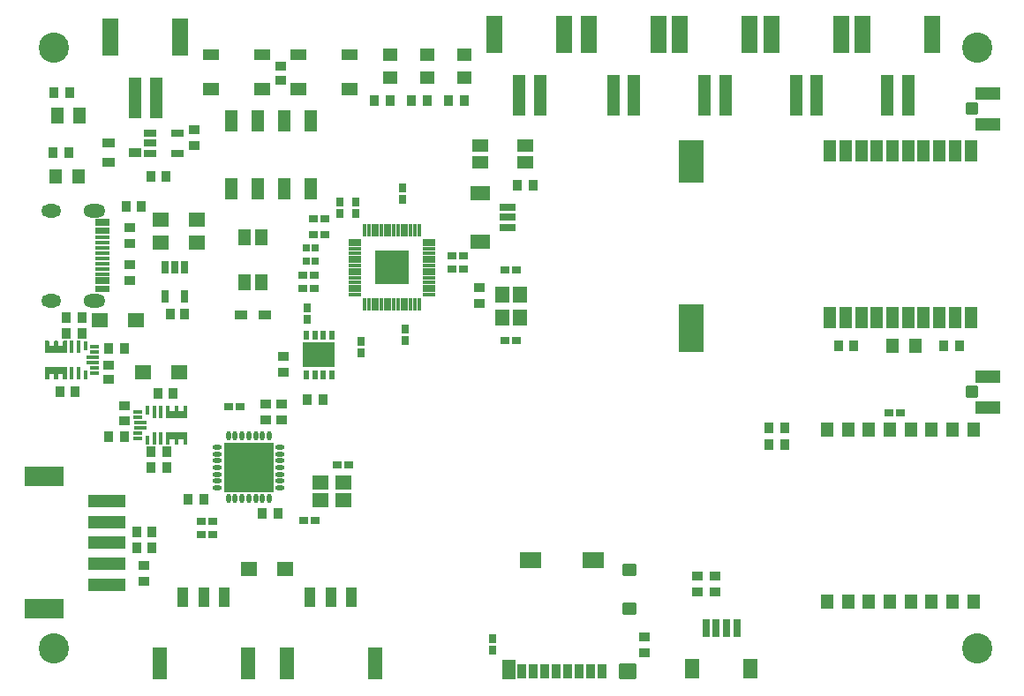
<source format=gts>
G04 Layer: TopSolderMaskLayer*
G04 EasyEDA v6.5.44, 2024-09-11 13:33:57*
G04 d97fa038366940f8a7afa66022820b17,998d2601f2934e99b29d4200b4e4a5d6,10*
G04 Gerber Generator version 0.2*
G04 Scale: 100 percent, Rotated: No, Reflected: No *
G04 Dimensions in inches *
G04 leading zeros omitted , absolute positions ,3 integer and 6 decimal *
%FSLAX36Y36*%
%MOIN*%

%AMMACRO1*4,1,8,-0.0185,-0.0177,-0.0197,-0.0166,-0.0197,0.0166,-0.0185,0.0177,0.0185,0.0177,0.0197,0.0166,0.0197,-0.0166,0.0185,-0.0177,-0.0185,-0.0177,0*%
%AMMACRO2*4,1,8,-0.0304,-0.0217,-0.0315,-0.0205,-0.0315,0.0205,-0.0304,0.0217,0.0304,0.0217,0.0315,0.0205,0.0315,-0.0205,0.0304,-0.0217,-0.0304,-0.0217,0*%
%AMMACRO3*4,1,8,-0.0205,-0.0315,-0.0217,-0.0304,-0.0217,0.0304,-0.0205,0.0315,0.0205,0.0315,0.0217,0.0304,0.0217,-0.0304,0.0205,-0.0315,-0.0205,-0.0315,0*%
%AMMACRO4*4,1,8,-0.0178,-0.0179,-0.019,-0.0167,-0.019,0.0167,-0.0178,0.0179,0.0178,0.0179,0.019,0.0167,0.019,-0.0167,0.0178,-0.0179,-0.0178,-0.0179,0*%
%AMMACRO5*4,1,8,-0.0167,-0.019,-0.0179,-0.0178,-0.0179,0.0178,-0.0167,0.019,0.0167,0.019,0.0179,0.0178,0.0179,-0.0178,0.0167,-0.019,-0.0167,-0.019,0*%
%AMMACRO6*4,1,8,-0.0166,-0.0197,-0.0177,-0.0185,-0.0177,0.0185,-0.0166,0.0197,0.0166,0.0197,0.0177,0.0185,0.0177,-0.0185,0.0166,-0.0197,-0.0166,-0.0197,0*%
%AMMACRO7*4,1,8,-0.0284,-0.0256,-0.0296,-0.0245,-0.0296,0.0245,-0.0284,0.0256,0.0284,0.0256,0.0296,0.0245,0.0296,-0.0245,0.0284,-0.0256,-0.0284,-0.0256,0*%
%AMMACRO8*4,1,8,-0.0697,-0.0217,-0.0709,-0.0205,-0.0709,0.0205,-0.0697,0.0217,0.0697,0.0217,0.0709,0.0205,0.0709,-0.0205,0.0697,-0.0217,-0.0697,-0.0217,0*%
%AMMACRO9*4,1,8,-0.0737,-0.0374,-0.0748,-0.0363,-0.0748,0.0363,-0.0737,0.0374,0.0737,0.0374,0.0748,0.0363,0.0748,-0.0363,0.0737,-0.0374,-0.0737,-0.0374,0*%
%AMMACRO10*4,1,8,-0.0164,-0.0126,-0.0176,-0.0115,-0.0176,0.0115,-0.0164,0.0126,0.0164,0.0126,0.0176,0.0115,0.0176,-0.0115,0.0164,-0.0126,-0.0164,-0.0126,0*%
%AMMACRO11*4,1,8,-0.0284,-0.0256,-0.0296,-0.0244,-0.0296,0.0245,-0.0284,0.0256,0.0284,0.0256,0.0296,0.0245,0.0296,-0.0244,0.0284,-0.0256,-0.0284,-0.0256,0*%
%AMMACRO12*4,1,8,-0.0146,-0.0069,-0.0157,-0.0057,-0.0157,0.0057,-0.0146,0.0069,0.0146,0.0069,0.0157,0.0057,0.0157,-0.0057,0.0146,-0.0069,-0.0146,-0.0069,0*%
%AMMACRO13*4,1,8,-0.0225,-0.0069,-0.0236,-0.0057,-0.0236,0.0057,-0.0225,0.0069,0.0225,0.0069,0.0236,0.0057,0.0236,-0.0057,0.0225,-0.0069,-0.0225,-0.0069,0*%
%AMMACRO14*4,1,8,-0.0057,-0.0157,-0.0069,-0.0146,-0.0069,0.0146,-0.0057,0.0157,0.0057,0.0157,0.0069,0.0146,0.0069,-0.0146,0.0057,-0.0157,-0.0057,-0.0157,0*%
%AMMACRO15*4,1,8,-0.0057,-0.0236,-0.0069,-0.0225,-0.0069,0.0225,-0.0057,0.0236,0.0057,0.0236,0.0069,0.0225,0.0069,-0.0225,0.0057,-0.0236,-0.0057,-0.0236,0*%
%AMMACRO16*4,1,8,-0.0057,-0.0177,-0.0069,-0.0166,-0.0069,0.0166,-0.0057,0.0177,0.0057,0.0177,0.0069,0.0166,0.0069,-0.0166,0.0057,-0.0177,-0.0057,-0.0177,0*%
%AMMACRO17*4,1,8,-0.0363,-0.0256,-0.0374,-0.0245,-0.0374,0.0245,-0.0363,0.0256,0.0363,0.0256,0.0374,0.0245,0.0374,-0.0245,0.0363,-0.0256,-0.0363,-0.0256,0*%
%AMMACRO18*4,1,8,-0.0363,-0.0256,-0.0374,-0.0244,-0.0374,0.0245,-0.0363,0.0256,0.0363,0.0256,0.0374,0.0245,0.0374,-0.0244,0.0363,-0.0256,-0.0363,-0.0256,0*%
%AMMACRO19*4,1,8,-0.0304,-0.0138,-0.0315,-0.0126,-0.0315,0.0126,-0.0304,0.0138,0.0304,0.0138,0.0315,0.0126,0.0315,-0.0126,0.0304,-0.0138,-0.0304,-0.0138,0*%
%AMMACRO20*4,1,8,-0.0205,-0.0768,-0.0217,-0.0756,-0.0217,0.0756,-0.0205,0.0768,0.0205,0.0768,0.0217,0.0756,0.0217,-0.0756,0.0205,-0.0768,-0.0205,-0.0768,0*%
%AMMACRO21*4,1,8,-0.0304,-0.0689,-0.0315,-0.0678,-0.0315,0.0678,-0.0304,0.0689,0.0304,0.0689,0.0315,0.0678,0.0315,-0.0678,0.0304,-0.0689,-0.0304,-0.0689,0*%
%AMMACRO22*4,1,8,-0.0461,-0.0807,-0.0472,-0.0796,-0.0472,0.0796,-0.0461,0.0807,0.0461,0.0807,0.0472,0.0796,0.0472,-0.0796,0.0461,-0.0807,-0.0461,-0.0807,0*%
%AMMACRO23*4,1,8,-0.0461,-0.0886,-0.0472,-0.0874,-0.0472,0.0874,-0.0461,0.0886,0.0461,0.0886,0.0472,0.0874,0.0472,-0.0874,0.0461,-0.0886,-0.0461,-0.0886,0*%
%AMMACRO24*4,1,8,-0.0235,-0.0158,-0.0246,-0.0146,-0.0246,0.0146,-0.0235,0.0158,0.0235,0.0158,0.0246,0.0146,0.0246,-0.0146,0.0235,-0.0158,-0.0235,-0.0158,0*%
%AMMACRO25*4,1,8,-0.0126,-0.0325,-0.0138,-0.0313,-0.0138,0.0313,-0.0126,0.0325,0.0126,0.0325,0.0138,0.0313,0.0138,-0.0313,0.0126,-0.0325,-0.0126,-0.0325,0*%
%AMMACRO26*4,1,8,-0.0245,-0.0374,-0.0256,-0.0363,-0.0256,0.0363,-0.0245,0.0374,0.0245,0.0374,0.0256,0.0363,0.0256,-0.0363,0.0245,-0.0374,-0.0245,-0.0374,0*%
%AMMACRO27*4,1,8,-0.0245,-0.0374,-0.0256,-0.0363,-0.0256,0.0363,-0.0245,0.0374,0.0244,0.0374,0.0256,0.0363,0.0256,-0.0363,0.0244,-0.0374,-0.0245,-0.0374,0*%
%AMMACRO28*4,1,8,-0.0185,-0.0355,-0.0197,-0.0343,-0.0197,0.0343,-0.0185,0.0355,0.0185,0.0355,0.0197,0.0343,0.0197,-0.0343,0.0185,-0.0355,-0.0185,-0.0355,0*%
%AMMACRO29*4,1,8,-0.0264,-0.0611,-0.0276,-0.0599,-0.0276,0.0599,-0.0264,0.0611,0.0264,0.0611,0.0276,0.0599,0.0276,-0.0599,0.0264,-0.0611,-0.0264,-0.0611,0*%
%AMMACRO30*4,1,8,-0.0225,-0.0414,-0.0237,-0.0402,-0.0237,0.0402,-0.0225,0.0414,0.0225,0.0414,0.0237,0.0402,0.0237,-0.0402,0.0225,-0.0414,-0.0225,-0.0414,0*%
%AMMACRO31*4,1,8,-0.0087,-0.0177,-0.0098,-0.0166,-0.0098,0.0166,-0.0087,0.0177,0.0087,0.0177,0.0098,0.0166,0.0098,-0.0166,0.0087,-0.0177,-0.0087,-0.0177,0*%
%AMMACRO32*4,1,8,-0.0599,-0.0472,-0.061,-0.0461,-0.061,0.0461,-0.0599,0.0472,0.0599,0.0472,0.061,0.0461,0.061,-0.0461,0.0599,-0.0472,-0.0599,-0.0472,0*%
%AMMACRO33*4,1,8,-0.0115,-0.0176,-0.0126,-0.0164,-0.0126,0.0164,-0.0115,0.0176,0.0115,0.0176,0.0126,0.0164,0.0126,-0.0164,0.0115,-0.0176,-0.0115,-0.0176,0*%
%AMMACRO34*4,1,8,-0.012,-0.0126,-0.0131,-0.0115,-0.0131,0.0115,-0.012,0.0126,0.012,0.0126,0.0131,0.0115,0.0131,-0.0115,0.012,-0.0126,-0.012,-0.0126,0*%
%AMMACRO35*4,1,8,-0.0048,-0.0236,-0.0059,-0.0225,-0.0059,0.0225,-0.0048,0.0236,0.0048,0.0236,0.0059,0.0225,0.0059,-0.0225,0.0048,-0.0236,-0.0048,-0.0236,0*%
%AMMACRO36*4,1,8,-0.0225,-0.0059,-0.0236,-0.0048,-0.0236,0.0048,-0.0225,0.0059,0.0225,0.0059,0.0236,0.0048,0.0236,-0.0048,0.0225,-0.0059,-0.0225,-0.0059,0*%
%AMMACRO37*4,1,8,-0.0618,-0.063,-0.063,-0.0618,-0.063,0.0618,-0.0618,0.063,0.0618,0.063,0.063,0.0618,0.063,-0.0618,0.0618,-0.063,-0.0618,-0.063,0*%
%AMMACRO38*4,1,8,-0.0245,-0.0296,-0.0256,-0.0284,-0.0256,0.0284,-0.0245,0.0296,0.0245,0.0296,0.0256,0.0284,0.0256,-0.0284,0.0245,-0.0296,-0.0245,-0.0296,0*%
%AMMACRO39*4,1,8,-0.0205,-0.0168,-0.0217,-0.0156,-0.0217,0.0156,-0.0205,0.0168,0.0205,0.0168,0.0217,0.0156,0.0217,-0.0156,0.0205,-0.0168,-0.0205,-0.0168,0*%
%AMMACRO40*4,1,8,-0.0933,-0.0945,-0.0945,-0.0933,-0.0945,0.0933,-0.0933,0.0945,0.0933,0.0945,0.0945,0.0933,0.0945,-0.0933,0.0933,-0.0945,-0.0933,-0.0945,0*%
%AMMACRO41*4,1,8,-0.0205,-0.0266,-0.0217,-0.0254,-0.0217,0.0254,-0.0205,0.0266,0.0205,0.0266,0.0217,0.0254,0.0217,-0.0254,0.0205,-0.0266,-0.0205,-0.0266,0*%
%AMMACRO42*4,1,8,-0.0441,-0.0237,-0.0453,-0.0225,-0.0453,0.0225,-0.0441,0.0237,0.0441,0.0237,0.0453,0.0225,0.0453,-0.0225,0.0441,-0.0237,-0.0441,-0.0237,0*%
%AMMACRO43*4,1,8,-0.0215,-0.0217,-0.0227,-0.0205,-0.0227,0.0205,-0.0215,0.0217,0.0215,0.0217,0.0227,0.0205,0.0227,-0.0205,0.0215,-0.0217,-0.0215,-0.0217,0*%
%AMMACRO44*4,1,8,-0.0205,-0.0414,-0.0217,-0.0402,-0.0217,0.0402,-0.0205,0.0414,0.0205,0.0414,0.0217,0.0402,0.0217,-0.0402,0.0205,-0.0414,-0.0205,-0.0414,0*%
%AMMACRO45*4,1,8,-0.0225,-0.0256,-0.0237,-0.0245,-0.0237,0.0245,-0.0225,0.0256,0.0225,0.0256,0.0237,0.0245,0.0237,-0.0245,0.0225,-0.0256,-0.0225,-0.0256,0*%
%AMMACRO46*4,1,8,-0.0225,-0.0256,-0.0237,-0.0244,-0.0237,0.0245,-0.0225,0.0256,0.0225,0.0256,0.0237,0.0245,0.0237,-0.0244,0.0225,-0.0256,-0.0225,-0.0256,0*%
%AMMACRO47*4,1,8,-0.0254,-0.0217,-0.0266,-0.0205,-0.0266,0.0205,-0.0254,0.0217,0.0254,0.0217,0.0266,0.0205,0.0266,-0.0205,0.0254,-0.0217,-0.0254,-0.0217,0*%
%AMMACRO48*4,1,8,-0.0303,-0.0216,-0.0315,-0.0205,-0.0315,0.0205,-0.0303,0.0216,0.0303,0.0216,0.0315,0.0205,0.0315,-0.0205,0.0303,-0.0216,-0.0303,-0.0216,0*%
%AMMACRO49*4,1,8,-0.0303,-0.0217,-0.0315,-0.0205,-0.0315,0.0205,-0.0303,0.0217,0.0303,0.0217,0.0315,0.0205,0.0315,-0.0205,0.0303,-0.0217,-0.0303,-0.0217,0*%
%AMMACRO50*4,1,8,-0.0304,-0.0217,-0.0316,-0.0205,-0.0316,0.0205,-0.0304,0.0217,0.0304,0.0217,0.0316,0.0205,0.0316,-0.0205,0.0304,-0.0217,-0.0304,-0.0217,0*%
%AMMACRO51*4,1,8,-0.0304,-0.0216,-0.0316,-0.0205,-0.0316,0.0205,-0.0304,0.0216,0.0304,0.0216,0.0316,0.0205,0.0316,-0.0205,0.0304,-0.0216,-0.0304,-0.0216,0*%
%AMMACRO52*4,1,8,-0.0313,-0.0286,-0.0325,-0.0274,-0.0325,0.0274,-0.0313,0.0286,0.0313,0.0286,0.0325,0.0274,0.0325,-0.0274,0.0313,-0.0286,-0.0313,-0.0286,0*%
%AMMACRO53*4,1,8,-0.0239,-0.0374,-0.025,-0.0363,-0.025,0.0363,-0.0239,0.0374,0.0239,0.0374,0.025,0.0363,0.025,-0.0363,0.0239,-0.0374,-0.0239,-0.0374,0*%
%AMMACRO54*4,1,8,-0.0382,-0.0286,-0.0394,-0.0274,-0.0394,0.0274,-0.0382,0.0286,0.0382,0.0286,0.0394,0.0274,0.0394,-0.0274,0.0382,-0.0286,-0.0382,-0.0286,0*%
%AMMACRO55*4,1,8,-0.0245,-0.0217,-0.0256,-0.0205,-0.0256,0.0205,-0.0245,0.0217,0.0245,0.0217,0.0256,0.0205,0.0256,-0.0205,0.0245,-0.0217,-0.0245,-0.0217,0*%
%AMMACRO56*4,1,8,-0.0146,-0.0256,-0.0158,-0.0245,-0.0158,0.0245,-0.0146,0.0256,0.0146,0.0256,0.0158,0.0245,0.0158,-0.0245,0.0146,-0.0256,-0.0146,-0.0256,0*%
%AMMACRO57*4,1,8,-0.0131,-0.0238,-0.0142,-0.0226,-0.0142,0.0226,-0.0131,0.0238,0.0131,0.0238,0.0142,0.0226,0.0142,-0.0226,0.0131,-0.0238,-0.0131,-0.0238,0*%
%AMMACRO58*4,1,8,-0.0205,-0.0138,-0.0217,-0.0126,-0.0217,0.0126,-0.0205,0.0138,0.0205,0.0138,0.0217,0.0126,0.0217,-0.0126,0.0205,-0.0138,-0.0205,-0.0138,0*%
%AMMACRO59*4,1,8,-0.0264,-0.0079,-0.0276,-0.0067,-0.0276,0.0067,-0.0264,0.0079,0.0264,0.0079,0.0276,0.0067,0.0276,-0.0067,0.0264,-0.0079,-0.0264,-0.0079,0*%
%AMMACRO60*4,1,8,-0.0205,-0.0295,-0.0217,-0.0284,-0.0217,0.0284,-0.0205,0.0295,0.0205,0.0295,0.0217,0.0284,0.0217,-0.0284,0.0205,-0.0295,-0.0205,-0.0295,0*%
%ADD10MACRO1*%
%ADD11MACRO2*%
%ADD12MACRO3*%
%ADD13MACRO4*%
%ADD14MACRO5*%
%ADD15MACRO6*%
%ADD16MACRO7*%
%ADD17MACRO8*%
%ADD18MACRO9*%
%ADD19MACRO10*%
%ADD20MACRO11*%
%ADD21MACRO12*%
%ADD22MACRO13*%
%ADD23MACRO14*%
%ADD24MACRO15*%
%ADD25MACRO16*%
%ADD26MACRO17*%
%ADD27MACRO18*%
%ADD28MACRO19*%
%ADD29MACRO20*%
%ADD30MACRO21*%
%ADD31MACRO22*%
%ADD32MACRO23*%
%ADD33MACRO24*%
%ADD34MACRO25*%
%ADD35MACRO26*%
%ADD36MACRO27*%
%ADD37MACRO28*%
%ADD38MACRO29*%
%ADD39MACRO30*%
%ADD40MACRO31*%
%ADD41MACRO32*%
%ADD42MACRO33*%
%ADD43MACRO34*%
%ADD44MACRO35*%
%ADD45MACRO36*%
%ADD46MACRO37*%
%ADD47MACRO38*%
%ADD48MACRO39*%
%ADD49O,0.018331X0.037346*%
%ADD50O,0.037346X0.018331*%
%ADD51MACRO40*%
%ADD52MACRO41*%
%ADD53MACRO42*%
%ADD54MACRO43*%
%ADD55MACRO44*%
%ADD56MACRO45*%
%ADD57MACRO46*%
%ADD58MACRO47*%
%ADD59MACRO48*%
%ADD60MACRO49*%
%ADD61MACRO50*%
%ADD62MACRO51*%
%ADD63C,0.1143*%
%ADD64MACRO52*%
%ADD65MACRO53*%
%ADD66MACRO54*%
%ADD67MACRO55*%
%ADD68MACRO56*%
%ADD69MACRO57*%
%ADD70MACRO58*%
%ADD71MACRO59*%
%ADD72O,0.074866X0.051244000000000005*%
%ADD73O,0.08274000000000001X0.051244000000000005*%
%ADD74MACRO60*%
%ADD75C,0.0120*%

%LPD*%
D10*
G01*
X970000Y2262441D03*
G01*
X970000Y2317558D03*
D11*
G01*
X1725355Y2016499D03*
G01*
X1894644Y2016499D03*
G01*
X1725355Y1953500D03*
G01*
X1894644Y1953500D03*
D12*
G01*
X833499Y1500355D03*
G01*
X833499Y1669644D03*
G01*
X896500Y1500355D03*
G01*
X896500Y1669644D03*
D13*
G01*
X915000Y1039655D03*
G01*
X915000Y980344D03*
D14*
G01*
X679655Y680000D03*
G01*
X620344Y680000D03*
D13*
G01*
X975000Y1039655D03*
G01*
X975000Y980344D03*
D14*
G01*
X1070344Y1055000D03*
G01*
X1129655Y1055000D03*
D15*
G01*
X480631Y1900000D03*
G01*
X535749Y1900000D03*
G01*
X427441Y555000D03*
G01*
X482558Y555000D03*
G01*
X427441Y495000D03*
G01*
X482558Y495000D03*
D14*
G01*
X2815344Y950000D03*
G01*
X2874655Y950000D03*
G01*
X2815344Y885000D03*
G01*
X2874655Y885000D03*
D16*
G01*
X516694Y1650000D03*
G01*
X653305Y1650000D03*
G01*
X588305Y1160000D03*
G01*
X451694Y1160000D03*
G01*
X286694Y1355000D03*
G01*
X423305Y1355000D03*
D17*
G01*
X312616Y672479D03*
G01*
X312614Y593740D03*
G01*
X312614Y515000D03*
G01*
X312614Y436259D03*
D18*
G01*
X77380Y765000D03*
G01*
X77380Y265000D03*
D17*
G01*
X312614Y357520D03*
D19*
G01*
X773541Y1030000D03*
G01*
X816458Y1030000D03*
G01*
X671549Y595138D03*
G01*
X714467Y595138D03*
G01*
X671549Y545138D03*
G01*
X714467Y545138D03*
G01*
X1226458Y810000D03*
G01*
X1183541Y810000D03*
G01*
X1101458Y600000D03*
G01*
X1058541Y600000D03*
D14*
G01*
X900344Y625000D03*
G01*
X959655Y625000D03*
D16*
G01*
X1121693Y676540D03*
G01*
X1208306Y676540D03*
D20*
G01*
X1208306Y743469D03*
G01*
X1121693Y743469D03*
D15*
G01*
X562261Y1080000D03*
G01*
X507142Y1080000D03*
D13*
G01*
X455000Y370344D03*
G01*
X455000Y429655D03*
D14*
G01*
X480046Y860000D03*
G01*
X539357Y860000D03*
G01*
X379357Y915000D03*
G01*
X320046Y915000D03*
G01*
X480046Y800000D03*
G01*
X539357Y800000D03*
G36*
X539153Y984607D02*
G01*
X538960Y984616D01*
X538769Y984645D01*
X538582Y984692D01*
X538400Y984756D01*
X538225Y984839D01*
X538060Y984938D01*
X537905Y985054D01*
X537761Y985183D01*
X537631Y985327D01*
X537516Y985482D01*
X537417Y985648D01*
X537334Y985821D01*
X537269Y986003D01*
X537222Y986192D01*
X537193Y986383D01*
X537184Y986576D01*
X537184Y1029882D01*
X537193Y1030075D01*
X537222Y1030266D01*
X537269Y1030455D01*
X537334Y1030637D01*
X537417Y1030810D01*
X537516Y1030976D01*
X537631Y1031131D01*
X537761Y1031275D01*
X537905Y1031404D01*
X538060Y1031520D01*
X538225Y1031619D01*
X538400Y1031702D01*
X538582Y1031766D01*
X538769Y1031813D01*
X538960Y1031842D01*
X539153Y1031851D01*
X548996Y1031851D01*
X549189Y1031842D01*
X549380Y1031813D01*
X549567Y1031766D01*
X549749Y1031702D01*
X549924Y1031619D01*
X550090Y1031520D01*
X550244Y1031404D01*
X550387Y1031275D01*
X550518Y1031131D01*
X550632Y1030976D01*
X550733Y1030810D01*
X550814Y1030637D01*
X550880Y1030455D01*
X550927Y1030266D01*
X550956Y1030075D01*
X550965Y1029882D01*
X550965Y1012166D01*
X570648Y1012166D01*
X570648Y1029882D01*
X570657Y1030075D01*
X570686Y1030266D01*
X570734Y1030455D01*
X570799Y1030637D01*
X570880Y1030810D01*
X570981Y1030976D01*
X571095Y1031131D01*
X571226Y1031275D01*
X571368Y1031404D01*
X571523Y1031520D01*
X571689Y1031619D01*
X571864Y1031702D01*
X572046Y1031766D01*
X572233Y1031813D01*
X572424Y1031842D01*
X572618Y1031851D01*
X582460Y1031851D01*
X582654Y1031842D01*
X582845Y1031813D01*
X583033Y1031766D01*
X583215Y1031702D01*
X583389Y1031619D01*
X583555Y1031520D01*
X583710Y1031404D01*
X583852Y1031275D01*
X583982Y1031131D01*
X584097Y1030976D01*
X584198Y1030810D01*
X584279Y1030637D01*
X584344Y1030455D01*
X584391Y1030266D01*
X584421Y1030075D01*
X584430Y1029882D01*
X584430Y1012166D01*
X604113Y1012166D01*
X604113Y1029882D01*
X604122Y1030075D01*
X604151Y1030266D01*
X604198Y1030455D01*
X604263Y1030637D01*
X604346Y1030810D01*
X604445Y1030976D01*
X604560Y1031131D01*
X604690Y1031275D01*
X604834Y1031404D01*
X604989Y1031520D01*
X605154Y1031619D01*
X605329Y1031702D01*
X605511Y1031766D01*
X605698Y1031813D01*
X605889Y1031842D01*
X606082Y1031851D01*
X615925Y1031851D01*
X616118Y1031842D01*
X616309Y1031813D01*
X616496Y1031766D01*
X616678Y1031702D01*
X616853Y1031619D01*
X617019Y1031520D01*
X617174Y1031404D01*
X617316Y1031275D01*
X617447Y1031131D01*
X617561Y1030976D01*
X617662Y1030810D01*
X617743Y1030637D01*
X617809Y1030455D01*
X617856Y1030266D01*
X617885Y1030075D01*
X617894Y1029882D01*
X617894Y986576D01*
X617885Y986383D01*
X617856Y986192D01*
X617809Y986003D01*
X617743Y985821D01*
X617662Y985648D01*
X617561Y985482D01*
X617447Y985327D01*
X617316Y985183D01*
X617174Y985054D01*
X617019Y984938D01*
X616853Y984839D01*
X616678Y984756D01*
X616496Y984692D01*
X616309Y984645D01*
X616118Y984616D01*
X615925Y984607D01*
G37*
G36*
X539153Y886140D02*
G01*
X538960Y886149D01*
X538769Y886179D01*
X538582Y886226D01*
X538400Y886291D01*
X538225Y886372D01*
X538060Y886473D01*
X537905Y886588D01*
X537761Y886718D01*
X537631Y886860D01*
X537516Y887015D01*
X537417Y887181D01*
X537334Y887355D01*
X537269Y887537D01*
X537222Y887725D01*
X537193Y887917D01*
X537184Y888110D01*
X537184Y931417D01*
X537193Y931610D01*
X537222Y931801D01*
X537269Y931988D01*
X537334Y932170D01*
X537417Y932345D01*
X537516Y932510D01*
X537631Y932665D01*
X537761Y932809D01*
X537905Y932939D01*
X538060Y933054D01*
X538225Y933153D01*
X538400Y933236D01*
X538582Y933301D01*
X538769Y933348D01*
X538960Y933377D01*
X539153Y933386D01*
X615925Y933386D01*
X616118Y933377D01*
X616309Y933348D01*
X616496Y933301D01*
X616678Y933236D01*
X616853Y933153D01*
X617019Y933054D01*
X617174Y932939D01*
X617316Y932809D01*
X617447Y932665D01*
X617561Y932510D01*
X617662Y932345D01*
X617743Y932170D01*
X617809Y931988D01*
X617856Y931801D01*
X617885Y931610D01*
X617894Y931417D01*
X617894Y888110D01*
X617885Y887917D01*
X617856Y887725D01*
X617809Y887537D01*
X617743Y887355D01*
X617662Y887181D01*
X617561Y887015D01*
X617447Y886860D01*
X617316Y886718D01*
X617174Y886588D01*
X617019Y886473D01*
X616853Y886372D01*
X616678Y886291D01*
X616496Y886226D01*
X616309Y886179D01*
X616118Y886149D01*
X615925Y886140D01*
X606082Y886140D01*
X605889Y886149D01*
X605698Y886179D01*
X605511Y886226D01*
X605329Y886291D01*
X605154Y886372D01*
X604989Y886473D01*
X604834Y886588D01*
X604690Y886718D01*
X604560Y886860D01*
X604445Y887015D01*
X604346Y887181D01*
X604263Y887355D01*
X604198Y887537D01*
X604151Y887725D01*
X604122Y887917D01*
X604113Y888110D01*
X604113Y905826D01*
X584430Y905826D01*
X584430Y888110D01*
X584421Y887917D01*
X584391Y887725D01*
X584344Y887537D01*
X584279Y887355D01*
X584198Y887181D01*
X584097Y887015D01*
X583982Y886860D01*
X583852Y886718D01*
X583710Y886588D01*
X583555Y886473D01*
X583389Y886372D01*
X583215Y886291D01*
X583033Y886226D01*
X582845Y886179D01*
X582654Y886149D01*
X582460Y886140D01*
X572618Y886140D01*
X572424Y886149D01*
X572233Y886179D01*
X572046Y886226D01*
X571864Y886291D01*
X571689Y886372D01*
X571523Y886473D01*
X571368Y886588D01*
X571226Y886718D01*
X571095Y886860D01*
X570981Y887015D01*
X570880Y887181D01*
X570799Y887355D01*
X570734Y887537D01*
X570686Y887725D01*
X570657Y887917D01*
X570648Y888110D01*
X570648Y905826D01*
X550965Y905826D01*
X550965Y888110D01*
X550956Y887917D01*
X550927Y887725D01*
X550880Y887537D01*
X550814Y887355D01*
X550733Y887181D01*
X550632Y887015D01*
X550518Y886860D01*
X550387Y886718D01*
X550244Y886588D01*
X550090Y886473D01*
X549924Y886372D01*
X549749Y886291D01*
X549567Y886226D01*
X549380Y886179D01*
X549189Y886149D01*
X548996Y886140D01*
G37*
D21*
G01*
X431869Y909802D03*
G01*
X431869Y929487D03*
D22*
G01*
X439743Y949173D03*
G01*
X439743Y968858D03*
D21*
G01*
X431869Y988543D03*
G01*
X431869Y1008228D03*
D23*
G01*
X467301Y1016103D03*
D24*
G01*
X492891Y1008228D03*
G01*
X518482Y1008228D03*
G01*
X518484Y909802D03*
G01*
X493326Y909802D03*
D25*
G01*
X467302Y903898D03*
D10*
G01*
X380000Y1032558D03*
G01*
X380000Y977441D03*
D26*
G01*
X1723820Y1654447D03*
D27*
G01*
X1723827Y1835553D03*
D28*
G01*
X1826185Y1784369D03*
G01*
X1826185Y1745000D03*
G01*
X1826185Y1705630D03*
D29*
G01*
X2994340Y2204803D03*
G01*
X2915599Y2204803D03*
D30*
G01*
X2823078Y2435116D03*
G01*
X3086860Y2435116D03*
D29*
G01*
X2649340Y2204803D03*
G01*
X2570599Y2204803D03*
D30*
G01*
X2478078Y2435116D03*
G01*
X2741860Y2435116D03*
D29*
G01*
X2304340Y2204803D03*
G01*
X2225599Y2204803D03*
D30*
G01*
X2133078Y2435116D03*
G01*
X2396860Y2435116D03*
D29*
G01*
X3339340Y2204803D03*
G01*
X3260599Y2204803D03*
D30*
G01*
X3168078Y2435116D03*
G01*
X3431860Y2435116D03*
D13*
G01*
X2610000Y330344D03*
G01*
X2610000Y389655D03*
G01*
X2545000Y330344D03*
G01*
X2545000Y389655D03*
D31*
G01*
X2520000Y1954960D03*
D32*
G01*
X2520000Y1325039D03*
D33*
G01*
X419200Y1990000D03*
G01*
X320799Y1952600D03*
G01*
X320799Y2027400D03*
D15*
G01*
X137441Y1085000D03*
G01*
X192558Y1085000D03*
D10*
G01*
X320000Y1132441D03*
G01*
X320000Y1187558D03*
D14*
G01*
X219655Y1305000D03*
G01*
X160344Y1305000D03*
G01*
X219655Y1365000D03*
G01*
X160344Y1365000D03*
G01*
X320344Y1250000D03*
G01*
X379655Y1250000D03*
G36*
X83777Y1133148D02*
G01*
X83584Y1133157D01*
X83393Y1133186D01*
X83204Y1133234D01*
X83022Y1133299D01*
X82849Y1133380D01*
X82683Y1133481D01*
X82528Y1133595D01*
X82384Y1133726D01*
X82255Y1133868D01*
X82139Y1134023D01*
X82040Y1134189D01*
X81957Y1134364D01*
X81893Y1134546D01*
X81846Y1134733D01*
X81817Y1134924D01*
X81808Y1135118D01*
X81808Y1178425D01*
X81817Y1178618D01*
X81846Y1178809D01*
X81893Y1178996D01*
X81957Y1179178D01*
X82040Y1179353D01*
X82139Y1179519D01*
X82255Y1179674D01*
X82384Y1179816D01*
X82528Y1179947D01*
X82683Y1180061D01*
X82849Y1180162D01*
X83022Y1180243D01*
X83204Y1180309D01*
X83393Y1180356D01*
X83584Y1180385D01*
X83777Y1180394D01*
X160547Y1180394D01*
X160740Y1180385D01*
X160931Y1180356D01*
X161120Y1180309D01*
X161302Y1180243D01*
X161475Y1180162D01*
X161642Y1180061D01*
X161797Y1179947D01*
X161939Y1179816D01*
X162069Y1179674D01*
X162184Y1179519D01*
X162285Y1179353D01*
X162366Y1179178D01*
X162431Y1178996D01*
X162478Y1178809D01*
X162507Y1178618D01*
X162516Y1178425D01*
X162516Y1135118D01*
X162507Y1134924D01*
X162478Y1134733D01*
X162431Y1134546D01*
X162366Y1134364D01*
X162285Y1134189D01*
X162184Y1134023D01*
X162069Y1133868D01*
X161939Y1133726D01*
X161797Y1133595D01*
X161642Y1133481D01*
X161475Y1133380D01*
X161302Y1133299D01*
X161120Y1133234D01*
X160931Y1133186D01*
X160740Y1133157D01*
X160547Y1133148D01*
X150706Y1133148D01*
X150513Y1133157D01*
X150322Y1133186D01*
X150133Y1133234D01*
X149951Y1133299D01*
X149778Y1133380D01*
X149612Y1133481D01*
X149457Y1133595D01*
X149313Y1133726D01*
X149184Y1133868D01*
X149068Y1134023D01*
X148969Y1134189D01*
X148886Y1134364D01*
X148822Y1134546D01*
X148775Y1134733D01*
X148746Y1134924D01*
X148737Y1135118D01*
X148737Y1152833D01*
X129052Y1152833D01*
X129052Y1135118D01*
X129043Y1134924D01*
X129014Y1134733D01*
X128967Y1134546D01*
X128903Y1134364D01*
X128820Y1134189D01*
X128721Y1134023D01*
X128605Y1133868D01*
X128476Y1133726D01*
X128332Y1133595D01*
X128177Y1133481D01*
X128011Y1133380D01*
X127838Y1133299D01*
X127656Y1133234D01*
X127467Y1133186D01*
X127276Y1133157D01*
X127083Y1133148D01*
X117240Y1133148D01*
X117047Y1133157D01*
X116856Y1133186D01*
X116669Y1133234D01*
X116487Y1133299D01*
X116313Y1133380D01*
X116147Y1133481D01*
X115992Y1133595D01*
X115848Y1133726D01*
X115718Y1133868D01*
X115603Y1134023D01*
X115504Y1134189D01*
X115421Y1134364D01*
X115356Y1134546D01*
X115309Y1134733D01*
X115280Y1134924D01*
X115271Y1135118D01*
X115271Y1152833D01*
X95587Y1152833D01*
X95587Y1135118D01*
X95578Y1134924D01*
X95549Y1134733D01*
X95502Y1134546D01*
X95437Y1134364D01*
X95356Y1134189D01*
X95255Y1134023D01*
X95140Y1133868D01*
X95010Y1133726D01*
X94868Y1133595D01*
X94713Y1133481D01*
X94546Y1133380D01*
X94373Y1133299D01*
X94191Y1133234D01*
X94002Y1133186D01*
X93811Y1133157D01*
X93618Y1133148D01*
G37*
G36*
X83777Y1231615D02*
G01*
X83584Y1231624D01*
X83393Y1231653D01*
X83204Y1231700D01*
X83022Y1231765D01*
X82849Y1231846D01*
X82683Y1231947D01*
X82528Y1232062D01*
X82384Y1232192D01*
X82255Y1232334D01*
X82139Y1232489D01*
X82040Y1232656D01*
X81957Y1232829D01*
X81893Y1233011D01*
X81846Y1233200D01*
X81817Y1233391D01*
X81808Y1233584D01*
X81808Y1276891D01*
X81817Y1277083D01*
X81846Y1277274D01*
X81893Y1277462D01*
X81957Y1277645D01*
X82040Y1277818D01*
X82139Y1277984D01*
X82255Y1278139D01*
X82384Y1278283D01*
X82528Y1278413D01*
X82683Y1278528D01*
X82849Y1278627D01*
X83022Y1278710D01*
X83204Y1278775D01*
X83393Y1278822D01*
X83584Y1278850D01*
X83777Y1278859D01*
X93618Y1278859D01*
X93811Y1278850D01*
X94002Y1278822D01*
X94191Y1278775D01*
X94373Y1278710D01*
X94546Y1278627D01*
X94713Y1278528D01*
X94868Y1278413D01*
X95010Y1278283D01*
X95140Y1278139D01*
X95255Y1277984D01*
X95356Y1277818D01*
X95437Y1277645D01*
X95502Y1277462D01*
X95549Y1277274D01*
X95578Y1277083D01*
X95587Y1276891D01*
X95587Y1259175D01*
X115271Y1259175D01*
X115271Y1276891D01*
X115280Y1277083D01*
X115309Y1277274D01*
X115356Y1277462D01*
X115421Y1277645D01*
X115504Y1277818D01*
X115603Y1277984D01*
X115718Y1278139D01*
X115848Y1278283D01*
X115992Y1278413D01*
X116147Y1278528D01*
X116313Y1278627D01*
X116487Y1278710D01*
X116669Y1278775D01*
X116856Y1278822D01*
X117047Y1278850D01*
X117240Y1278859D01*
X127083Y1278859D01*
X127276Y1278850D01*
X127467Y1278822D01*
X127656Y1278775D01*
X127838Y1278710D01*
X128011Y1278627D01*
X128177Y1278528D01*
X128332Y1278413D01*
X128476Y1278283D01*
X128605Y1278139D01*
X128721Y1277984D01*
X128820Y1277818D01*
X128903Y1277645D01*
X128967Y1277462D01*
X129014Y1277274D01*
X129043Y1277083D01*
X129052Y1276891D01*
X129052Y1259175D01*
X148737Y1259175D01*
X148737Y1276891D01*
X148746Y1277083D01*
X148775Y1277274D01*
X148822Y1277462D01*
X148886Y1277645D01*
X148969Y1277818D01*
X149068Y1277984D01*
X149184Y1278139D01*
X149313Y1278283D01*
X149457Y1278413D01*
X149612Y1278528D01*
X149778Y1278627D01*
X149951Y1278710D01*
X150133Y1278775D01*
X150322Y1278822D01*
X150513Y1278850D01*
X150706Y1278859D01*
X160547Y1278859D01*
X160740Y1278850D01*
X160931Y1278822D01*
X161120Y1278775D01*
X161302Y1278710D01*
X161475Y1278627D01*
X161642Y1278528D01*
X161797Y1278413D01*
X161939Y1278283D01*
X162069Y1278139D01*
X162184Y1277984D01*
X162285Y1277818D01*
X162366Y1277645D01*
X162431Y1277462D01*
X162478Y1277274D01*
X162507Y1277083D01*
X162516Y1276891D01*
X162516Y1233584D01*
X162507Y1233391D01*
X162478Y1233200D01*
X162431Y1233011D01*
X162366Y1232829D01*
X162285Y1232656D01*
X162184Y1232489D01*
X162069Y1232334D01*
X161939Y1232192D01*
X161797Y1232062D01*
X161642Y1231947D01*
X161475Y1231846D01*
X161302Y1231765D01*
X161120Y1231700D01*
X160931Y1231653D01*
X160740Y1231624D01*
X160547Y1231615D01*
G37*
D21*
G01*
X267833Y1255198D03*
G01*
X267833Y1235512D03*
D22*
G01*
X259957Y1215827D03*
G01*
X259957Y1196141D03*
D21*
G01*
X267833Y1176457D03*
G01*
X267833Y1156771D03*
D23*
G01*
X232400Y1148897D03*
D24*
G01*
X206810Y1156773D03*
G01*
X181218Y1156773D03*
G01*
X181218Y1255199D03*
G01*
X206375Y1255199D03*
D25*
G01*
X232399Y1261103D03*
D34*
G01*
X2615324Y191299D03*
G01*
X2575953Y191299D03*
G01*
X2694069Y191281D03*
G01*
X2654701Y191281D03*
D35*
G01*
X2524764Y38721D03*
D36*
G01*
X2745239Y38702D03*
D37*
G01*
X758740Y309994D03*
G01*
X680000Y309994D03*
G01*
X601259Y309994D03*
D38*
G01*
X847325Y60000D03*
G01*
X512675Y60000D03*
D37*
G01*
X1238739Y309994D03*
G01*
X1160000Y309994D03*
G01*
X1081260Y309994D03*
D38*
G01*
X1327325Y60000D03*
G01*
X992674Y60000D03*
D14*
G01*
X3475344Y1260000D03*
G01*
X3534655Y1260000D03*
D13*
G01*
X2345000Y159655D03*
G01*
X2345000Y100344D03*
D39*
G01*
X785000Y1852046D03*
G01*
X885000Y1852046D03*
G01*
X885000Y2107953D03*
G01*
X785000Y2107953D03*
G01*
X985000Y1852046D03*
G01*
X1085000Y1852046D03*
G01*
X985000Y2107953D03*
G01*
X1085000Y2107953D03*
D40*
G01*
X1067755Y1150197D03*
G01*
X1099251Y1150197D03*
G01*
X1130748Y1150197D03*
G01*
X1162244Y1150197D03*
G01*
X1162244Y1299802D03*
G01*
X1130748Y1299802D03*
G01*
X1099251Y1299802D03*
G01*
X1067755Y1299802D03*
D41*
G01*
X1115000Y1225000D03*
D14*
G01*
X1924655Y1865000D03*
G01*
X1865344Y1865000D03*
D13*
G01*
X1720000Y1479655D03*
G01*
X1720000Y1420344D03*
D19*
G01*
X1096458Y1475000D03*
G01*
X1053541Y1475000D03*
G01*
X1618541Y1600000D03*
G01*
X1661458Y1600000D03*
G01*
X1136458Y1680000D03*
G01*
X1093541Y1680000D03*
G01*
X1096458Y1525000D03*
G01*
X1053541Y1525000D03*
G01*
X1136458Y1740000D03*
G01*
X1093541Y1740000D03*
D42*
G01*
X1275000Y1276458D03*
G01*
X1275000Y1233541D03*
G01*
X1440000Y1321458D03*
G01*
X1440000Y1278541D03*
D19*
G01*
X1618541Y1550000D03*
G01*
X1661458Y1550000D03*
D42*
G01*
X1430000Y1813541D03*
G01*
X1430000Y1856458D03*
G01*
X1255000Y1758541D03*
G01*
X1255000Y1801458D03*
G01*
X1195000Y1758541D03*
G01*
X1195000Y1801458D03*
D43*
G01*
X1067959Y1580000D03*
G01*
X1102040Y1580000D03*
G01*
X1067959Y1630000D03*
G01*
X1102040Y1630000D03*
D44*
G01*
X1287634Y1415232D03*
G01*
X1303385Y1415232D03*
G01*
X1319135Y1415232D03*
G01*
X1334884Y1415232D03*
G01*
X1350625Y1415232D03*
G01*
X1366375Y1415232D03*
G01*
X1382125Y1415232D03*
G01*
X1397874Y1415232D03*
G01*
X1413624Y1415232D03*
G01*
X1429365Y1415232D03*
G01*
X1445115Y1415232D03*
G01*
X1460864Y1415232D03*
G01*
X1476614Y1415232D03*
G01*
X1492365Y1415232D03*
D45*
G01*
X1529762Y1452640D03*
G01*
X1529762Y1468380D03*
G01*
X1529762Y1484130D03*
G01*
X1529762Y1499879D03*
G01*
X1529762Y1515630D03*
G01*
X1529762Y1531379D03*
G01*
X1529762Y1547120D03*
G01*
X1529762Y1562869D03*
G01*
X1529762Y1578620D03*
G01*
X1529762Y1594369D03*
G01*
X1529762Y1610120D03*
G01*
X1529762Y1625859D03*
G01*
X1529762Y1641610D03*
G01*
X1529762Y1657359D03*
D44*
G01*
X1492365Y1694766D03*
G01*
X1476614Y1694766D03*
G01*
X1460864Y1694766D03*
G01*
X1445115Y1694766D03*
G01*
X1429365Y1694766D03*
G01*
X1413624Y1694766D03*
G01*
X1397874Y1694766D03*
G01*
X1382125Y1694766D03*
G01*
X1366375Y1694766D03*
G01*
X1350625Y1694766D03*
G01*
X1334884Y1694766D03*
G01*
X1319135Y1694766D03*
G01*
X1303385Y1694766D03*
G01*
X1287634Y1694766D03*
D45*
G01*
X1250237Y1657359D03*
G01*
X1250237Y1641610D03*
G01*
X1250237Y1625859D03*
G01*
X1250237Y1610120D03*
G01*
X1250237Y1594369D03*
G01*
X1250237Y1578620D03*
G01*
X1250237Y1562869D03*
G01*
X1250237Y1547120D03*
G01*
X1250237Y1531379D03*
G01*
X1250237Y1515630D03*
G01*
X1250237Y1499879D03*
G01*
X1250237Y1484130D03*
G01*
X1250237Y1468380D03*
G01*
X1250237Y1452640D03*
D46*
G01*
X1389998Y1554998D03*
D19*
G01*
X1818541Y1545000D03*
G01*
X1861458Y1545000D03*
G01*
X1861458Y1280000D03*
G01*
X1818541Y1280000D03*
D42*
G01*
X1070000Y1401458D03*
G01*
X1070000Y1358541D03*
D13*
G01*
X980000Y1219655D03*
G01*
X980000Y1160344D03*
D47*
G01*
X1806540Y1453306D03*
G01*
X1806540Y1366693D03*
G01*
X1873470Y1366693D03*
G01*
X1873470Y1453306D03*
D48*
G01*
X911163Y1375000D03*
G01*
X818838Y1375000D03*
D29*
G01*
X1949369Y2204843D03*
G01*
X1870630Y2204843D03*
D30*
G01*
X1778108Y2435156D03*
G01*
X2041891Y2435156D03*
D49*
G01*
X926769Y918049D03*
G01*
X901180Y918049D03*
G01*
X875590Y918049D03*
G01*
X850000Y918049D03*
G01*
X824409Y918049D03*
G01*
X798819Y918049D03*
G01*
X773230Y918049D03*
D50*
G01*
X731950Y876770D03*
G01*
X731950Y851179D03*
G01*
X731950Y825590D03*
G01*
X731950Y800000D03*
G01*
X731950Y774409D03*
G01*
X731950Y748820D03*
G01*
X731950Y723229D03*
D49*
G01*
X773230Y681950D03*
G01*
X798819Y681950D03*
G01*
X824409Y681950D03*
G01*
X850000Y681950D03*
G01*
X875590Y681950D03*
G01*
X901180Y681950D03*
G01*
X926769Y681950D03*
D50*
G01*
X968050Y723229D03*
G01*
X968050Y748820D03*
G01*
X968050Y774409D03*
G01*
X968050Y800000D03*
G01*
X968050Y825590D03*
G01*
X968050Y851179D03*
G01*
X968050Y876770D03*
D51*
G01*
X850000Y800000D03*
D19*
G01*
X3268541Y1005000D03*
G01*
X3311459Y1005000D03*
D15*
G01*
X3132559Y1260000D03*
G01*
X3077440Y1260000D03*
D42*
G01*
X1770000Y108541D03*
G01*
X1770000Y151458D03*
D52*
G01*
X3281691Y1259995D03*
G01*
X3368312Y1259995D03*
D53*
G01*
X3639524Y2214055D03*
D54*
G01*
X3580470Y2155000D03*
D53*
G01*
X3639524Y2095944D03*
G01*
X3639524Y1144055D03*
D54*
G01*
X3580470Y1085000D03*
D53*
G01*
X3639524Y1025944D03*
D55*
G01*
X3044212Y1365000D03*
G01*
X3103269Y1365000D03*
G01*
X3162323Y1365000D03*
G01*
X3221379Y1365000D03*
G01*
X3280434Y1365000D03*
G01*
X3339488Y1365000D03*
G01*
X3398543Y1365000D03*
G01*
X3457599Y1365000D03*
G01*
X3516653Y1365000D03*
G01*
X3457599Y1994919D03*
G01*
X3339488Y1994919D03*
G01*
X3221379Y1994919D03*
G01*
X3044213Y1994919D03*
G01*
X3103269Y1994919D03*
G01*
X3398543Y1994919D03*
G01*
X3516653Y1994919D03*
G01*
X3575708Y1994919D03*
G01*
X3575708Y1365000D03*
G01*
X3280434Y1994919D03*
G01*
X3162323Y1994919D03*
D56*
G01*
X3585629Y941730D03*
G01*
X3506889Y941730D03*
G01*
X3428149Y941730D03*
G01*
X3349409Y941730D03*
G01*
X3270669Y941730D03*
G01*
X3191929Y941730D03*
G01*
X3113189Y941730D03*
G01*
X3034449Y941730D03*
D57*
G01*
X3585629Y292126D03*
G01*
X3506889Y292126D03*
G01*
X3428149Y292126D03*
G01*
X3349409Y292126D03*
G01*
X3270669Y292126D03*
G01*
X3191929Y292126D03*
G01*
X3113189Y292126D03*
G01*
X3034449Y292126D03*
D16*
G01*
X988305Y415000D03*
G01*
X851694Y415000D03*
D58*
G01*
X1385003Y2358315D03*
G01*
X1385003Y2271695D03*
D59*
G01*
X708544Y2359958D03*
D60*
G01*
X708544Y2230037D03*
D61*
G01*
X901458Y2230037D03*
D62*
G01*
X901458Y2359958D03*
D52*
G01*
X121692Y1899995D03*
G01*
X208311Y1899995D03*
D29*
G01*
X499370Y2194843D03*
G01*
X420629Y2194843D03*
D30*
G01*
X328108Y2425156D03*
G01*
X591891Y2425156D03*
D16*
G01*
X653305Y1735000D03*
G01*
X516694Y1735000D03*
D63*
G01*
X115000Y115000D03*
G01*
X115000Y2385000D03*
G01*
X3600000Y2385000D03*
G01*
X3600000Y115000D03*
D64*
G01*
X2280374Y30846D03*
D65*
G01*
X1832736Y37735D03*
D66*
G01*
X1914431Y450137D03*
G01*
X2149470Y450137D03*
D67*
G01*
X2287265Y411751D03*
G01*
X2287265Y266083D03*
D68*
G01*
X1880374Y29864D03*
G01*
X1923685Y29864D03*
G01*
X1966984Y29864D03*
G01*
X2010295Y29864D03*
G01*
X2053605Y29864D03*
G01*
X2096915Y29864D03*
G01*
X2140215Y29864D03*
G01*
X2183525Y29864D03*
D69*
G01*
X532499Y1554996D03*
G01*
X569498Y1554996D03*
G01*
X607497Y1554996D03*
G01*
X606499Y1444996D03*
G01*
X532499Y1444996D03*
D70*
G01*
X581184Y2062400D03*
G01*
X581184Y1987600D03*
G01*
X478815Y1987600D03*
G01*
X478815Y2025000D03*
G01*
X478815Y2062400D03*
D71*
G01*
X297803Y1668899D03*
G01*
X297803Y1649209D03*
G01*
X297803Y1629529D03*
G01*
X297803Y1609839D03*
G01*
X297803Y1590159D03*
G01*
X297803Y1570469D03*
G01*
X297803Y1550799D03*
G01*
X297803Y1531099D03*
G01*
X297798Y1731887D03*
G01*
X297803Y1720077D03*
G01*
X297797Y1700390D03*
G01*
X297799Y1688581D03*
G01*
X297797Y1511418D03*
G01*
X297799Y1499601D03*
G01*
X297804Y1479921D03*
G01*
X297804Y1468109D03*
D72*
G01*
X102199Y1429720D03*
D73*
G01*
X267550Y1429720D03*
G01*
X267550Y1770279D03*
D72*
G01*
X102199Y1770279D03*
D15*
G01*
X607558Y1380000D03*
G01*
X552441Y1380000D03*
G01*
X387441Y1785000D03*
G01*
X442558Y1785000D03*
D14*
G01*
X115344Y2215000D03*
G01*
X174655Y2215000D03*
D13*
G01*
X645000Y2015344D03*
G01*
X645000Y2074655D03*
G01*
X400000Y1645344D03*
G01*
X400000Y1704655D03*
G01*
X400000Y1564655D03*
G01*
X400000Y1505344D03*
D58*
G01*
X1665003Y2358315D03*
G01*
X1665003Y2271695D03*
G01*
X1525003Y2358315D03*
G01*
X1525003Y2271695D03*
D59*
G01*
X1038544Y2359958D03*
D60*
G01*
X1038544Y2230037D03*
D61*
G01*
X1231458Y2230037D03*
D62*
G01*
X1231458Y2359958D03*
D14*
G01*
X1664655Y2185000D03*
G01*
X1605344Y2185000D03*
G01*
X110344Y1990000D03*
G01*
X169655Y1990000D03*
G01*
X1524655Y2185000D03*
G01*
X1465344Y2185000D03*
G01*
X1384655Y2185000D03*
G01*
X1325344Y2185000D03*
D74*
G01*
X211349Y2130000D03*
G01*
X128650Y2130000D03*
M02*

</source>
